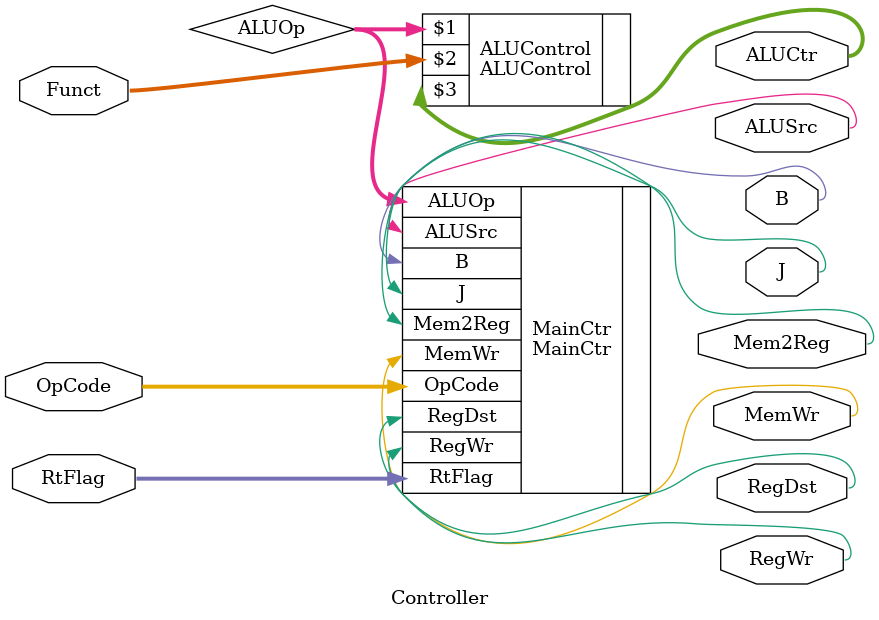
<source format=v>
`timescale 1ns / 1ps
module Controller (OpCode, RtFlag, Funct, J, B, RegDst, RegWr, ALUSrc, MemWr, Mem2Reg, ALUCtr);
// codes
  input [5: 0] Funct;
  input [4: 0] RtFlag;
  output [3: 0] ALUCtr;
  input [5: 0] OpCode;
  output J, B, RegDst, RegWr, ALUSrc, MemWr, Mem2Reg;
  wire [2: 0] ALUOp;
  
  MainCtr MainCtr(
	.OpCode	(OpCode),
	.RtFlag (RtFlag),
	.J	(J),
	.B	(B),
	.RegDst	(RegDst),
	.RegWr	(RegWr),
	.ALUSrc	(ALUSrc),
	.MemWr	(MemWr),
	.Mem2Reg	(Mem2Reg),
	.ALUOp	(ALUOp)
  );
  
  ALUControl ALUControl(
	ALUOp, Funct, ALUCtr
  );
endmodule

</source>
